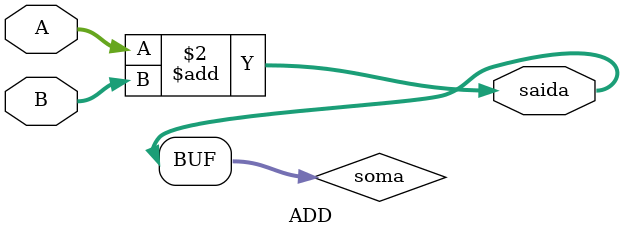
<source format=v>
module ADD(
	input wire[31:0] A,
	input wire[31:0] B,
	output wire[31:0] saida
);

reg[31:0] soma;

always @ (A or B)
begin
	soma = (A + B);
end

assign saida = soma;

endmodule

</source>
